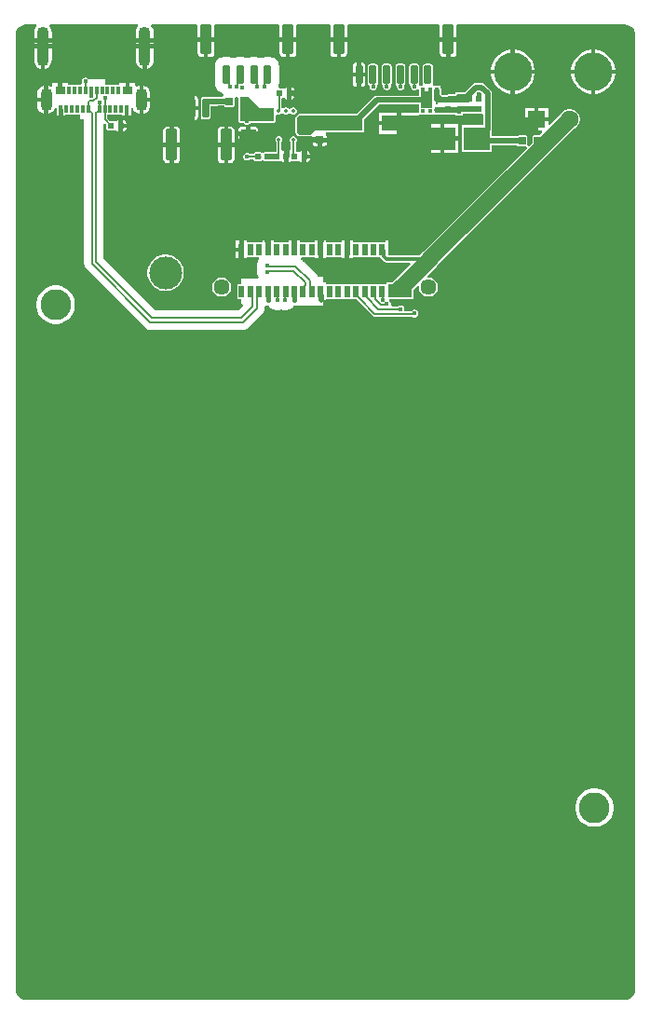
<source format=gtl>
G04*
G04 #@! TF.GenerationSoftware,Altium Limited,Altium Designer,22.4.2 (48)*
G04*
G04 Layer_Physical_Order=1*
G04 Layer_Color=255*
%FSLAX44Y44*%
%MOMM*%
G71*
G04*
G04 #@! TF.SameCoordinates,A2904C07-0F36-4402-9195-DF30BD9EA298*
G04*
G04*
G04 #@! TF.FilePolarity,Positive*
G04*
G01*
G75*
%ADD12C,0.3000*%
%ADD14C,0.1500*%
%ADD15C,0.4000*%
%ADD18O,1.1000X3.6000*%
%ADD19R,0.9000X0.7000*%
%ADD20R,0.3000X0.7000*%
%ADD21R,0.4000X0.3500*%
%ADD22R,0.4000X0.5000*%
%ADD23R,0.2850X0.9200*%
%ADD24R,1.0500X1.6000*%
G04:AMPARAMS|DCode=25|XSize=0.55mm|YSize=0.5mm|CornerRadius=0.0625mm|HoleSize=0mm|Usage=FLASHONLY|Rotation=180.000|XOffset=0mm|YOffset=0mm|HoleType=Round|Shape=RoundedRectangle|*
%AMROUNDEDRECTD25*
21,1,0.5500,0.3750,0,0,180.0*
21,1,0.4250,0.5000,0,0,180.0*
1,1,0.1250,-0.2125,0.1875*
1,1,0.1250,0.2125,0.1875*
1,1,0.1250,0.2125,-0.1875*
1,1,0.1250,-0.2125,-0.1875*
%
%ADD25ROUNDEDRECTD25*%
%ADD26R,0.4000X0.4800*%
G04:AMPARAMS|DCode=27|XSize=0.55mm|YSize=0.5mm|CornerRadius=0.0625mm|HoleSize=0mm|Usage=FLASHONLY|Rotation=270.000|XOffset=0mm|YOffset=0mm|HoleType=Round|Shape=RoundedRectangle|*
%AMROUNDEDRECTD27*
21,1,0.5500,0.3750,0,0,270.0*
21,1,0.4250,0.5000,0,0,270.0*
1,1,0.1250,-0.1875,-0.2125*
1,1,0.1250,-0.1875,0.2125*
1,1,0.1250,0.1875,0.2125*
1,1,0.1250,0.1875,-0.2125*
%
%ADD27ROUNDEDRECTD27*%
G04:AMPARAMS|DCode=28|XSize=0.76mm|YSize=0.6604mm|CornerRadius=0.0825mm|HoleSize=0mm|Usage=FLASHONLY|Rotation=180.000|XOffset=0mm|YOffset=0mm|HoleType=Round|Shape=RoundedRectangle|*
%AMROUNDEDRECTD28*
21,1,0.7600,0.4953,0,0,180.0*
21,1,0.5949,0.6604,0,0,180.0*
1,1,0.1651,-0.2975,0.2477*
1,1,0.1651,0.2975,0.2477*
1,1,0.1651,0.2975,-0.2477*
1,1,0.1651,-0.2975,-0.2477*
%
%ADD28ROUNDEDRECTD28*%
%ADD29C,0.3500*%
G04:AMPARAMS|DCode=30|XSize=1mm|YSize=2.8mm|CornerRadius=0.1mm|HoleSize=0mm|Usage=FLASHONLY|Rotation=0.000|XOffset=0mm|YOffset=0mm|HoleType=Round|Shape=RoundedRectangle|*
%AMROUNDEDRECTD30*
21,1,1.0000,2.6000,0,0,0.0*
21,1,0.8000,2.8000,0,0,0.0*
1,1,0.2000,0.4000,-1.3000*
1,1,0.2000,-0.4000,-1.3000*
1,1,0.2000,-0.4000,1.3000*
1,1,0.2000,0.4000,1.3000*
%
%ADD30ROUNDEDRECTD30*%
G04:AMPARAMS|DCode=31|XSize=0.6mm|YSize=1.7mm|CornerRadius=0.09mm|HoleSize=0mm|Usage=FLASHONLY|Rotation=180.000|XOffset=0mm|YOffset=0mm|HoleType=Round|Shape=RoundedRectangle|*
%AMROUNDEDRECTD31*
21,1,0.6000,1.5200,0,0,180.0*
21,1,0.4200,1.7000,0,0,180.0*
1,1,0.1800,-0.2100,0.7600*
1,1,0.1800,0.2100,0.7600*
1,1,0.1800,0.2100,-0.7600*
1,1,0.1800,-0.2100,-0.7600*
%
%ADD31ROUNDEDRECTD31*%
G04:AMPARAMS|DCode=32|XSize=0.76mm|YSize=0.6604mm|CornerRadius=0.0825mm|HoleSize=0mm|Usage=FLASHONLY|Rotation=270.000|XOffset=0mm|YOffset=0mm|HoleType=Round|Shape=RoundedRectangle|*
%AMROUNDEDRECTD32*
21,1,0.7600,0.4953,0,0,270.0*
21,1,0.5949,0.6604,0,0,270.0*
1,1,0.1651,-0.2477,-0.2975*
1,1,0.1651,-0.2477,0.2975*
1,1,0.1651,0.2477,0.2975*
1,1,0.1651,0.2477,-0.2975*
%
%ADD32ROUNDEDRECTD32*%
%ADD33R,2.4500X2.1500*%
G04:AMPARAMS|DCode=34|XSize=1.3mm|YSize=0.76mm|CornerRadius=0.095mm|HoleSize=0mm|Usage=FLASHONLY|Rotation=180.000|XOffset=0mm|YOffset=0mm|HoleType=Round|Shape=RoundedRectangle|*
%AMROUNDEDRECTD34*
21,1,1.3000,0.5700,0,0,180.0*
21,1,1.1100,0.7600,0,0,180.0*
1,1,0.1900,-0.5550,0.2850*
1,1,0.1900,0.5550,0.2850*
1,1,0.1900,0.5550,-0.2850*
1,1,0.1900,-0.5550,-0.2850*
%
%ADD34ROUNDEDRECTD34*%
%ADD35R,3.1500X1.4500*%
G04:AMPARAMS|DCode=36|XSize=1mm|YSize=2.7mm|CornerRadius=0.1mm|HoleSize=0mm|Usage=FLASHONLY|Rotation=180.000|XOffset=0mm|YOffset=0mm|HoleType=Round|Shape=RoundedRectangle|*
%AMROUNDEDRECTD36*
21,1,1.0000,2.5000,0,0,180.0*
21,1,0.8000,2.7000,0,0,180.0*
1,1,0.2000,-0.4000,1.2500*
1,1,0.2000,0.4000,1.2500*
1,1,0.2000,0.4000,-1.2500*
1,1,0.2000,-0.4000,-1.2500*
%
%ADD36ROUNDEDRECTD36*%
G04:AMPARAMS|DCode=37|XSize=0.6mm|YSize=1.7mm|CornerRadius=0.06mm|HoleSize=0mm|Usage=FLASHONLY|Rotation=180.000|XOffset=0mm|YOffset=0mm|HoleType=Round|Shape=RoundedRectangle|*
%AMROUNDEDRECTD37*
21,1,0.6000,1.5800,0,0,180.0*
21,1,0.4800,1.7000,0,0,180.0*
1,1,0.1200,-0.2400,0.7900*
1,1,0.1200,0.2400,0.7900*
1,1,0.1200,0.2400,-0.7900*
1,1,0.1200,-0.2400,-0.7900*
%
%ADD37ROUNDEDRECTD37*%
%ADD38R,0.5000X1.1000*%
%ADD67C,0.5000*%
%ADD68C,0.1750*%
%ADD69C,0.1670*%
%ADD70C,1.5000*%
%ADD71R,1.9000X1.2000*%
%ADD72R,0.8500X2.6000*%
%ADD73R,2.9000X3.5000*%
%ADD74R,2.1500X1.2500*%
%ADD75R,2.0000X1.2000*%
%ADD76O,1.1000X2.6000*%
%ADD77O,1.1000X2.1000*%
%ADD78C,2.8000*%
%ADD79C,3.0000*%
%ADD80C,3.5000*%
%ADD81C,1.5900*%
%ADD82R,1.5900X1.5900*%
%ADD83C,1.4500*%
%ADD84C,0.4000*%
G36*
X559485Y888448D02*
X561371Y887788D01*
X563063Y886726D01*
X564476Y885313D01*
X565538Y883621D01*
X566198Y881735D01*
X566441Y879578D01*
X566441Y11922D01*
X566198Y9765D01*
X565538Y7879D01*
X564476Y6187D01*
X563063Y4774D01*
X561371Y3712D01*
X559485Y3052D01*
X557328Y2809D01*
X12172D01*
X10015Y3052D01*
X8129Y3711D01*
X6437Y4774D01*
X5024Y6187D01*
X3961Y7879D01*
X3302Y9765D01*
X3059Y11922D01*
X3058Y879578D01*
X3302Y881735D01*
X3961Y883621D01*
X5024Y885313D01*
X6437Y886726D01*
X8129Y887788D01*
X10015Y888448D01*
X12172Y888691D01*
X21621D01*
X22082Y887790D01*
X22206Y887191D01*
X21027Y885655D01*
X20217Y883699D01*
X19941Y881600D01*
Y876005D01*
X28050D01*
X36159D01*
Y881600D01*
X35883Y883699D01*
X35073Y885655D01*
X33894Y887191D01*
X34018Y887790D01*
X34479Y888691D01*
X114020D01*
X114481Y887792D01*
X114606Y887191D01*
X113427Y885655D01*
X112617Y883699D01*
X112341Y881600D01*
Y876005D01*
X120450D01*
X128559D01*
Y881600D01*
X128283Y883699D01*
X127473Y885655D01*
X126294Y887191D01*
X126419Y887792D01*
X126880Y888691D01*
X167868D01*
X168641Y887750D01*
Y877155D01*
X176250D01*
X183859D01*
Y887750D01*
X184632Y888691D01*
X242368D01*
X243141Y887750D01*
Y877155D01*
X250750D01*
X258359D01*
Y887750D01*
X259132Y888691D01*
X288618D01*
X289391Y887750D01*
Y877155D01*
X297000D01*
X304609D01*
Y887750D01*
X305382Y888691D01*
X388118D01*
X388891Y887750D01*
Y877155D01*
X396500D01*
X404109D01*
Y887750D01*
X404882Y888691D01*
X557328D01*
X559485Y888448D01*
D02*
G37*
%LPC*%
G36*
X128559Y872195D02*
X120450D01*
X112341D01*
Y871005D01*
X120450D01*
X128559D01*
Y872195D01*
D02*
G37*
G36*
X36159Y872195D02*
X28050D01*
X19941D01*
Y871005D01*
X28050D01*
X36159D01*
Y872195D01*
D02*
G37*
G36*
X258359Y873345D02*
X252655D01*
Y859141D01*
X254750D01*
X256131Y859415D01*
X257302Y860198D01*
X258085Y861369D01*
X258359Y862750D01*
Y873345D01*
D02*
G37*
G36*
X248845D02*
X243141D01*
Y862750D01*
X243415Y861369D01*
X244198Y860198D01*
X245369Y859415D01*
X246750Y859141D01*
X248845D01*
Y873345D01*
D02*
G37*
G36*
X183859D02*
X178155D01*
Y859141D01*
X180250D01*
X181631Y859415D01*
X182802Y860198D01*
X183585Y861369D01*
X183859Y862750D01*
Y873345D01*
D02*
G37*
G36*
X174345D02*
X168641D01*
Y862750D01*
X168915Y861369D01*
X169698Y860198D01*
X170869Y859415D01*
X172250Y859141D01*
X174345D01*
Y873345D01*
D02*
G37*
G36*
X404109Y873345D02*
X398405D01*
Y859141D01*
X400500D01*
X401881Y859415D01*
X403052Y860198D01*
X403834Y861369D01*
X404109Y862750D01*
Y873345D01*
D02*
G37*
G36*
X394595D02*
X388891D01*
Y862750D01*
X389165Y861369D01*
X389948Y860198D01*
X391119Y859415D01*
X392500Y859141D01*
X394595D01*
Y873345D01*
D02*
G37*
G36*
X304609D02*
X298905D01*
Y859141D01*
X301000D01*
X302381Y859415D01*
X303552Y860198D01*
X304335Y861369D01*
X304609Y862750D01*
Y873345D01*
D02*
G37*
G36*
X295095D02*
X289391D01*
Y862750D01*
X289665Y861369D01*
X290448Y860198D01*
X291619Y859415D01*
X293000Y859141D01*
X295095D01*
Y873345D01*
D02*
G37*
G36*
X234650Y859320D02*
X229850D01*
X227736Y859042D01*
X226000Y858323D01*
X224265Y859042D01*
X222150Y859320D01*
X217350D01*
X215236Y859042D01*
X213500Y858323D01*
X211765Y859042D01*
X209650Y859320D01*
X204850D01*
X202736Y859042D01*
X201000Y858323D01*
X199265Y859042D01*
X197150Y859320D01*
X192350D01*
X190236Y859042D01*
X188265Y858225D01*
X186573Y856927D01*
X185275Y855235D01*
X184459Y853264D01*
X184180Y851150D01*
Y835350D01*
X184459Y833235D01*
X185275Y831265D01*
X186573Y829573D01*
X188265Y828275D01*
X190236Y827458D01*
X190344Y827444D01*
X190648Y826917D01*
X192355Y825210D01*
X192454Y825067D01*
X192490Y824828D01*
X191198Y823328D01*
X186448D01*
X185191Y823078D01*
X176500D01*
X176500Y823078D01*
X176342Y823047D01*
X173900D01*
X172964Y822861D01*
X172170Y822330D01*
X171639Y821536D01*
X171453Y820600D01*
Y805400D01*
X171639Y804464D01*
X172170Y803670D01*
X172964Y803139D01*
X173900Y802953D01*
X178100D01*
X179036Y803139D01*
X179830Y803670D01*
X180361Y804464D01*
X180547Y805400D01*
Y814922D01*
X186198D01*
X186198Y814922D01*
X187455Y815172D01*
X192714D01*
X193097Y814599D01*
X193866Y814085D01*
X194774Y813904D01*
X199727D01*
X200634Y814085D01*
X201403Y814599D01*
X201917Y815368D01*
X202098Y816275D01*
Y821805D01*
X202246Y822339D01*
X203423Y823250D01*
X205001D01*
X206126Y821999D01*
Y801250D01*
X206602Y800102D01*
X207750Y799626D01*
X210464D01*
X210613Y799267D01*
X211597Y798283D01*
X212884Y797750D01*
X214276D01*
X215563Y798283D01*
X216547Y799267D01*
X216696Y799626D01*
X238250D01*
X239398Y800102D01*
X239874Y801250D01*
Y806320D01*
X241374Y807199D01*
X241854Y807000D01*
X243146D01*
X244341Y807495D01*
X244807Y807961D01*
X245750Y808255D01*
X246693Y807961D01*
X247159Y807495D01*
X248354Y807000D01*
X249646D01*
X250841Y807495D01*
X251307Y807961D01*
X252250Y808255D01*
X253193Y807961D01*
X253659Y807495D01*
X254854Y807000D01*
X256147D01*
X257341Y807495D01*
X258255Y808409D01*
X258750Y809604D01*
Y810897D01*
X258255Y812091D01*
X257341Y813005D01*
X256147Y813500D01*
X254854D01*
X253659Y813005D01*
X253193Y812539D01*
X252250Y812245D01*
X251307Y812539D01*
X250841Y813005D01*
X249646Y813500D01*
X248354D01*
X247159Y813005D01*
X246693Y812539D01*
X246374Y812440D01*
X245044Y813137D01*
Y821095D01*
X246339Y822069D01*
X247843Y821843D01*
X248890Y821144D01*
X250095Y820904D01*
Y826250D01*
Y831596D01*
X248890Y831356D01*
X247843Y830657D01*
X247777Y830557D01*
X247521Y830436D01*
X245862Y830271D01*
X245704Y830377D01*
X244875Y830542D01*
X242962D01*
X242047Y832042D01*
X242542Y833235D01*
X242820Y835350D01*
Y851150D01*
X242542Y853264D01*
X241725Y855235D01*
X240427Y856927D01*
X238735Y858225D01*
X236765Y859042D01*
X234650Y859320D01*
D02*
G37*
G36*
X128559Y867195D02*
X122355D01*
Y848742D01*
X122549Y848767D01*
X124505Y849577D01*
X126184Y850866D01*
X127473Y852545D01*
X128283Y854501D01*
X128559Y856600D01*
Y867195D01*
D02*
G37*
G36*
X118545D02*
X112341D01*
Y866600D01*
Y856600D01*
X112617Y854501D01*
X113427Y852545D01*
X114716Y850866D01*
X116395Y849577D01*
X118351Y848767D01*
X118545Y848742D01*
Y867195D01*
D02*
G37*
G36*
X36159Y867195D02*
X29955D01*
Y848741D01*
X30149Y848767D01*
X32105Y849577D01*
X33784Y850866D01*
X35073Y852545D01*
X35883Y854501D01*
X36159Y856600D01*
Y867195D01*
D02*
G37*
G36*
X26145D02*
X19941D01*
Y866600D01*
Y856600D01*
X20217Y854501D01*
X21027Y852545D01*
X22316Y850866D01*
X23995Y849577D01*
X25951Y848767D01*
X26145Y848741D01*
Y867195D01*
D02*
G37*
G36*
X530224Y865990D02*
X530155D01*
Y847855D01*
X548290D01*
Y847924D01*
X547520Y851796D01*
X546009Y855443D01*
X543816Y858725D01*
X541025Y861516D01*
X537743Y863709D01*
X534095Y865220D01*
X530224Y865990D01*
D02*
G37*
G36*
X457224D02*
X457155D01*
Y847855D01*
X475290D01*
Y847924D01*
X474520Y851796D01*
X473009Y855443D01*
X470816Y858725D01*
X468025Y861516D01*
X464743Y863709D01*
X461095Y865220D01*
X457224Y865990D01*
D02*
G37*
G36*
X526345D02*
X526276D01*
X522405Y865220D01*
X518758Y863709D01*
X515475Y861516D01*
X512684Y858725D01*
X510491Y855443D01*
X508980Y851796D01*
X508210Y847924D01*
Y847855D01*
X526345D01*
Y865990D01*
D02*
G37*
G36*
X453345D02*
X453276D01*
X449404Y865220D01*
X445757Y863709D01*
X442475Y861516D01*
X439684Y858725D01*
X437491Y855443D01*
X435980Y851796D01*
X435210Y847924D01*
Y847855D01*
X453345D01*
Y865990D01*
D02*
G37*
G36*
X317900Y854352D02*
X317405D01*
Y845155D01*
X321101D01*
Y851150D01*
X320858Y852375D01*
X320164Y853414D01*
X319125Y854108D01*
X317900Y854352D01*
D02*
G37*
G36*
X313595D02*
X313100D01*
X311875Y854108D01*
X310836Y853414D01*
X310142Y852375D01*
X309898Y851150D01*
Y845155D01*
X313595D01*
Y854352D01*
D02*
G37*
G36*
X380400Y853291D02*
X375600D01*
X374781Y853128D01*
X374086Y852664D01*
X373622Y851969D01*
X373459Y851150D01*
Y835350D01*
X373578Y834750D01*
X373316Y834118D01*
X372673Y833250D01*
X370826D01*
X370184Y834118D01*
X369922Y834750D01*
X370041Y835350D01*
Y851150D01*
X369878Y851969D01*
X369414Y852664D01*
X368719Y853128D01*
X367900Y853291D01*
X363100D01*
X362281Y853128D01*
X361586Y852664D01*
X361122Y851969D01*
X360959Y851150D01*
Y835350D01*
X361122Y834531D01*
X361586Y833836D01*
X362250Y833392D01*
Y832054D01*
X362783Y830767D01*
X363767Y829783D01*
X365054Y829250D01*
X366446D01*
X367733Y829783D01*
X368250Y830300D01*
X369750Y829679D01*
Y824328D01*
X331750D01*
X331750Y824328D01*
X330189Y824018D01*
X328866Y823134D01*
X328866Y823134D01*
X313732Y808000D01*
X285500D01*
Y807874D01*
X261250D01*
X260102Y807398D01*
X258102Y805398D01*
X257626Y804250D01*
Y790750D01*
X258102Y789602D01*
X260102Y787602D01*
X261250Y787126D01*
X271250D01*
X272006Y787439D01*
X273108Y786774D01*
X273347Y786495D01*
X273294Y786227D01*
Y785655D01*
X279700D01*
X286106D01*
Y786227D01*
X285845Y787540D01*
X285101Y788653D01*
X285321Y790310D01*
X285500Y790500D01*
X320000D01*
Y802732D01*
X333439Y816172D01*
X369750D01*
Y809040D01*
X353655D01*
Y801155D01*
X370040D01*
Y807250D01*
X382750D01*
Y807250D01*
X385856D01*
X386250Y807172D01*
X402750D01*
Y806250D01*
X409750D01*
Y808172D01*
X424250D01*
X424435Y808208D01*
X426375D01*
X426672Y808267D01*
X427938Y807496D01*
X428172Y807216D01*
Y797500D01*
X408750D01*
Y773000D01*
X436250D01*
Y779172D01*
X459214D01*
X459597Y778599D01*
X460366Y778085D01*
X461273Y777904D01*
X466227D01*
X467134Y778085D01*
X468066Y776904D01*
X373831Y682669D01*
X373614Y682386D01*
X373331Y682169D01*
X369971Y678809D01*
X369809D01*
X369750Y678750D01*
X341750D01*
Y692290D01*
X339460D01*
Y691250D01*
X332500Y691250D01*
X331000Y691250D01*
X318000D01*
X316500Y691250D01*
X315000Y691250D01*
X309540D01*
Y692290D01*
X306405D01*
Y684250D01*
Y676210D01*
X309540D01*
Y677250D01*
X316500Y677250D01*
X318000Y677250D01*
X331000D01*
X332500Y677250D01*
X334727Y677250D01*
X335337Y676337D01*
X338087Y673587D01*
X339080Y672924D01*
X340250Y672691D01*
X340250Y672691D01*
X361894D01*
X362468Y671305D01*
X348956Y657794D01*
X348956Y657794D01*
X346081Y654919D01*
X346046Y654874D01*
X341750D01*
X340602Y654398D01*
X340126Y653250D01*
X332500D01*
Y653250D01*
X331000Y653250D01*
X316500D01*
Y653250D01*
X316500D01*
Y653250D01*
X302000D01*
X300500Y653250D01*
X299000Y653250D01*
X292500Y653250D01*
X291000Y653250D01*
X285540D01*
Y654290D01*
X282500D01*
Y659250D01*
X278253D01*
X277866Y660186D01*
X276530Y661927D01*
X263427Y675030D01*
X262488Y675750D01*
X262997Y677250D01*
X268500Y677250D01*
X270000Y677250D01*
X275460D01*
Y676210D01*
X278595D01*
Y684250D01*
Y692290D01*
X275460D01*
Y691250D01*
X268500Y691250D01*
X267000Y691250D01*
X261540D01*
Y692290D01*
X258405D01*
Y684250D01*
X254595D01*
Y692290D01*
X251460D01*
Y691250D01*
X237540D01*
Y692290D01*
X234405D01*
Y684250D01*
X230595D01*
Y692290D01*
X227460D01*
Y691250D01*
X213540D01*
Y692290D01*
X210405D01*
Y684250D01*
Y676210D01*
X213540D01*
Y677250D01*
X224185D01*
X224759Y675864D01*
X224478Y675583D01*
X223227Y673417D01*
X222580Y671001D01*
Y668499D01*
X222982Y667000D01*
X222580Y665501D01*
Y662999D01*
X223227Y660583D01*
X223997Y659250D01*
X223131Y657750D01*
X208000D01*
Y653250D01*
X204500D01*
Y639250D01*
X208000D01*
Y634750D01*
X209180D01*
X209754Y633364D01*
X205574Y629184D01*
X130122D01*
X83059Y676247D01*
Y798487D01*
X84445Y799061D01*
X85708Y797797D01*
Y794625D01*
X85873Y793796D01*
X86343Y793093D01*
X87046Y792623D01*
X87875Y792458D01*
X91625D01*
X92454Y792623D01*
X92612Y792729D01*
X94271Y792564D01*
X94527Y792443D01*
X94593Y792343D01*
X95640Y791644D01*
X96845Y791404D01*
Y796750D01*
Y802096D01*
X95640Y801856D01*
X94593Y801157D01*
X94527Y801057D01*
X94271Y800936D01*
X92612Y800771D01*
X92454Y800877D01*
X91625Y801042D01*
X88953D01*
X86750Y803244D01*
Y807400D01*
X100210D01*
Y806360D01*
X102345D01*
Y812400D01*
X106155D01*
Y806360D01*
X108290D01*
Y812685D01*
X109790Y812984D01*
X110427Y811445D01*
X111716Y809766D01*
X113395Y808477D01*
X115351Y807667D01*
X115545Y807642D01*
Y820500D01*
Y833359D01*
X115351Y833333D01*
X113395Y832523D01*
X113135Y832324D01*
X111790Y832987D01*
Y835440D01*
X106655D01*
Y829400D01*
X102845D01*
Y835440D01*
X97710D01*
Y834400D01*
X84250D01*
Y838900D01*
X69855D01*
X69717Y839233D01*
X68733Y840217D01*
X67446Y840750D01*
X66054D01*
X64767Y840217D01*
X63783Y839233D01*
X63250Y837946D01*
Y836554D01*
X63521Y835900D01*
X62726Y834463D01*
X62642Y834400D01*
X50790D01*
Y835440D01*
X45655D01*
Y829400D01*
X41845D01*
Y835440D01*
X36710D01*
Y832987D01*
X35365Y832324D01*
X35105Y832523D01*
X33149Y833333D01*
X32955Y833359D01*
Y820500D01*
Y807642D01*
X33149Y807667D01*
X35105Y808477D01*
X36784Y809766D01*
X38073Y811445D01*
X38710Y812984D01*
X40210Y812685D01*
Y806360D01*
X42345D01*
Y812400D01*
X46155D01*
Y806360D01*
X48290D01*
Y807400D01*
X61750D01*
Y802900D01*
X65441D01*
Y671822D01*
X65677Y670027D01*
X65964Y669334D01*
X66370Y668354D01*
X67472Y666918D01*
X120793Y613597D01*
X122229Y612495D01*
X123902Y611802D01*
X125697Y611566D01*
X210000D01*
X211795Y611802D01*
X212488Y612089D01*
X213467Y612495D01*
X214903Y613597D01*
X227278Y625972D01*
X227278Y625972D01*
X228380Y627408D01*
X229073Y629080D01*
X229309Y630875D01*
Y632503D01*
X230500Y633250D01*
X233456D01*
X233648Y632917D01*
X235417Y631148D01*
X237583Y629897D01*
X239999Y629250D01*
X242501D01*
X244500Y629786D01*
X246499Y629250D01*
X249001D01*
X251417Y629897D01*
X253583Y631148D01*
X255352Y632917D01*
X255544Y633250D01*
X282500D01*
Y638210D01*
X285540D01*
Y639250D01*
X292500Y639250D01*
X294000Y639250D01*
X300500Y639250D01*
X302000Y639250D01*
X313133D01*
X313454Y638929D01*
X313465Y638872D01*
X313982Y638099D01*
X327785Y624296D01*
X328557Y623780D01*
X329468Y623599D01*
X363452D01*
X363767Y623283D01*
X365054Y622750D01*
X366446D01*
X367733Y623283D01*
X368717Y624267D01*
X369250Y625554D01*
Y626946D01*
X368717Y628233D01*
X367733Y629217D01*
X366446Y629750D01*
X365054D01*
X363767Y629217D01*
X362910Y628360D01*
X357469D01*
X356636Y629607D01*
X356641Y629618D01*
Y631011D01*
X356108Y632297D01*
X355123Y633282D01*
X353837Y633814D01*
X352444D01*
X351158Y633282D01*
X350572Y632695D01*
X345311D01*
X344250Y634054D01*
Y635446D01*
X343717Y636733D01*
X342823Y637626D01*
X342861Y638067D01*
X343250Y639126D01*
X363250D01*
X363548Y639250D01*
X364500D01*
Y639848D01*
X364874Y640750D01*
Y648036D01*
X368257Y651420D01*
X369750Y650791D01*
Y649098D01*
X370346Y646873D01*
X371498Y644877D01*
X373127Y643248D01*
X375123Y642096D01*
X377348Y641500D01*
X379652D01*
X381877Y642096D01*
X383873Y643248D01*
X385502Y644877D01*
X386654Y646873D01*
X387250Y649098D01*
Y651402D01*
X386654Y653627D01*
X385502Y655623D01*
X383873Y657252D01*
X381877Y658404D01*
X379652Y659000D01*
X377959D01*
X377330Y660493D01*
X386169Y669331D01*
X386386Y669614D01*
X386669Y669831D01*
X488919Y772081D01*
X488919Y772081D01*
X511306Y794469D01*
X512552Y795188D01*
X514312Y796948D01*
X515556Y799102D01*
X516200Y801506D01*
Y803994D01*
X515556Y806398D01*
X514312Y808552D01*
X512552Y810312D01*
X510398Y811556D01*
X507994Y812200D01*
X505506D01*
X503102Y811556D01*
X500948Y810312D01*
X499188Y808552D01*
X498469Y807307D01*
X488626Y797464D01*
X487240Y798037D01*
Y800845D01*
X478655D01*
Y792260D01*
X481463D01*
X482037Y790874D01*
X479758Y788596D01*
X475274D01*
X474366Y788415D01*
X473597Y787901D01*
X473083Y787132D01*
X472902Y786225D01*
Y781740D01*
X469598Y778436D01*
X468417Y779368D01*
X468598Y780275D01*
Y786225D01*
X468417Y787132D01*
X467903Y787901D01*
X467134Y788415D01*
X466227Y788596D01*
X461273D01*
X460366Y788415D01*
X459597Y787901D01*
X459214Y787328D01*
X436250D01*
Y793106D01*
X436328Y793500D01*
Y796429D01*
X436328Y796429D01*
Y826235D01*
X436018Y827796D01*
X435134Y829119D01*
X435134Y829119D01*
X429619Y834634D01*
X428296Y835518D01*
X426735Y835828D01*
X426735Y835828D01*
X421765D01*
X421765Y835828D01*
X420204Y835518D01*
X418881Y834634D01*
X413116Y828869D01*
X413116Y828869D01*
X411675Y827428D01*
X406250D01*
X405353Y827250D01*
X402750D01*
Y825618D01*
X402461Y825328D01*
X397000D01*
X397000Y825328D01*
X395439Y825018D01*
X395156Y824828D01*
X391439D01*
X390328Y825939D01*
Y829250D01*
X390018Y830811D01*
X389750Y831212D01*
Y833250D01*
X386644D01*
X386250Y833328D01*
X385856Y833250D01*
X383326D01*
X382517Y834343D01*
X382506Y834366D01*
X382422Y834750D01*
X382541Y835350D01*
Y851150D01*
X382378Y851969D01*
X381914Y852664D01*
X381219Y853128D01*
X380400Y853291D01*
D02*
G37*
G36*
X321101Y841345D02*
X317405D01*
Y832149D01*
X317900D01*
X319125Y832392D01*
X320164Y833086D01*
X320858Y834125D01*
X321101Y835350D01*
Y841345D01*
D02*
G37*
G36*
X313595D02*
X309898D01*
Y835350D01*
X310142Y834125D01*
X310836Y833086D01*
X311875Y832392D01*
X313100Y832149D01*
X313595D01*
Y841345D01*
D02*
G37*
G36*
X355400Y853291D02*
X350600D01*
X349781Y853128D01*
X349086Y852664D01*
X348622Y851969D01*
X348459Y851150D01*
Y835350D01*
X348622Y834531D01*
X349086Y833836D01*
X349750Y833392D01*
Y832054D01*
X350283Y830767D01*
X351267Y829783D01*
X352554Y829250D01*
X353946D01*
X355233Y829783D01*
X356217Y830767D01*
X356750Y832054D01*
Y833446D01*
X356659Y833666D01*
X356914Y833836D01*
X357378Y834531D01*
X357541Y835350D01*
Y851150D01*
X357378Y851969D01*
X356914Y852664D01*
X356219Y853128D01*
X355400Y853291D01*
D02*
G37*
G36*
X342900Y853291D02*
X338100D01*
X337281Y853128D01*
X336586Y852664D01*
X336122Y851969D01*
X335959Y851150D01*
Y835350D01*
X336122Y834531D01*
X336586Y833836D01*
X337250Y833392D01*
Y832054D01*
X337783Y830767D01*
X338767Y829783D01*
X340054Y829250D01*
X341446D01*
X342733Y829783D01*
X343717Y830767D01*
X344250Y832054D01*
Y833446D01*
X344159Y833666D01*
X344414Y833836D01*
X344878Y834531D01*
X345041Y835350D01*
Y851150D01*
X344878Y851969D01*
X344414Y852664D01*
X343719Y853128D01*
X342900Y853291D01*
D02*
G37*
G36*
X330400D02*
X325600D01*
X324781Y853128D01*
X324086Y852664D01*
X323622Y851969D01*
X323459Y851150D01*
Y835350D01*
X323622Y834531D01*
X324086Y833836D01*
X324750Y833392D01*
Y832054D01*
X325283Y830767D01*
X326267Y829783D01*
X327554Y829250D01*
X328946D01*
X330233Y829783D01*
X331217Y830767D01*
X331750Y832054D01*
Y833446D01*
X331659Y833666D01*
X331914Y833836D01*
X332378Y834531D01*
X332541Y835350D01*
Y851150D01*
X332378Y851969D01*
X331914Y852664D01*
X331219Y853128D01*
X330400Y853291D01*
D02*
G37*
G36*
X253905Y831596D02*
Y828155D01*
X257102D01*
Y828375D01*
X256856Y829610D01*
X256157Y830657D01*
X255110Y831356D01*
X253905Y831596D01*
D02*
G37*
G36*
X548290Y844045D02*
X530155D01*
Y825910D01*
X530224D01*
X534095Y826680D01*
X537743Y828191D01*
X541025Y830384D01*
X543816Y833175D01*
X546009Y836458D01*
X547520Y840105D01*
X548290Y843976D01*
Y844045D01*
D02*
G37*
G36*
X526345D02*
X508210D01*
Y843976D01*
X508980Y840105D01*
X510491Y836458D01*
X512684Y833175D01*
X515475Y830384D01*
X518758Y828191D01*
X522405Y826680D01*
X526276Y825910D01*
X526345D01*
Y844045D01*
D02*
G37*
G36*
X475290D02*
X457155D01*
Y825910D01*
X457224D01*
X461095Y826680D01*
X464743Y828191D01*
X468025Y830384D01*
X470816Y833175D01*
X473009Y836458D01*
X474520Y840105D01*
X475290Y843976D01*
Y844045D01*
D02*
G37*
G36*
X453345D02*
X435210D01*
Y843976D01*
X435980Y840105D01*
X437491Y836458D01*
X439684Y833175D01*
X442475Y830384D01*
X445757Y828191D01*
X449404Y826680D01*
X453276Y825910D01*
X453345D01*
Y844045D01*
D02*
G37*
G36*
X119355Y833359D02*
Y822405D01*
X125559D01*
Y825500D01*
X125283Y827599D01*
X124473Y829555D01*
X123184Y831234D01*
X121505Y832523D01*
X119549Y833333D01*
X119355Y833359D01*
D02*
G37*
G36*
X29145D02*
X28951Y833333D01*
X26995Y832523D01*
X25316Y831234D01*
X24027Y829555D01*
X23217Y827599D01*
X22941Y825500D01*
Y822405D01*
X29145D01*
Y833359D01*
D02*
G37*
G36*
X257102Y824345D02*
X253905D01*
Y820904D01*
X255110Y821144D01*
X256157Y821843D01*
X256856Y822890D01*
X257102Y824125D01*
Y824345D01*
D02*
G37*
G36*
X165600Y824107D02*
X165405D01*
Y814905D01*
X169107D01*
Y820600D01*
X168840Y821942D01*
X168080Y823080D01*
X166942Y823840D01*
X165600Y824107D01*
D02*
G37*
G36*
X161595D02*
X161400D01*
X160058Y823840D01*
X158920Y823080D01*
X158160Y821942D01*
X157893Y820600D01*
Y814905D01*
X161595D01*
Y824107D01*
D02*
G37*
G36*
X29145Y818595D02*
X22941D01*
Y815500D01*
X23217Y813401D01*
X24027Y811445D01*
X25316Y809766D01*
X26995Y808477D01*
X28951Y807667D01*
X29145Y807642D01*
Y818595D01*
D02*
G37*
G36*
X125559Y818595D02*
X119355D01*
Y807642D01*
X119549Y807667D01*
X121505Y808477D01*
X123184Y809766D01*
X124473Y811445D01*
X125283Y813401D01*
X125559Y815500D01*
Y818595D01*
D02*
G37*
G36*
X487240Y813240D02*
X478655D01*
Y804655D01*
X487240D01*
Y813240D01*
D02*
G37*
G36*
X474845D02*
X466260D01*
Y804655D01*
X474845D01*
Y813240D01*
D02*
G37*
G36*
X169107Y811095D02*
X165405D01*
Y801893D01*
X165600D01*
X166942Y802160D01*
X168080Y802920D01*
X168840Y804058D01*
X169107Y805400D01*
Y811095D01*
D02*
G37*
G36*
X161595D02*
X157893D01*
Y805400D01*
X158160Y804058D01*
X158920Y802920D01*
X160058Y802160D01*
X161400Y801893D01*
X161595D01*
Y811095D01*
D02*
G37*
G36*
X349845Y809040D02*
X333460D01*
Y801155D01*
X349845D01*
Y809040D01*
D02*
G37*
G36*
X100655Y802096D02*
Y798655D01*
X103852D01*
Y798875D01*
X103606Y800110D01*
X102907Y801157D01*
X101860Y801856D01*
X100655Y802096D01*
D02*
G37*
G36*
X474845Y800845D02*
X466260D01*
Y792260D01*
X474845D01*
Y800845D01*
D02*
G37*
G36*
X220300Y796158D02*
X216655D01*
Y791655D01*
X223858D01*
Y792600D01*
X223587Y793962D01*
X222816Y795116D01*
X221662Y795888D01*
X220300Y796158D01*
D02*
G37*
G36*
X212845D02*
X209200D01*
X207838Y795888D01*
X206684Y795116D01*
X205912Y793962D01*
X205642Y792600D01*
Y791655D01*
X212845D01*
Y796158D01*
D02*
G37*
G36*
X103852Y794845D02*
X100655D01*
Y791404D01*
X101860Y791644D01*
X102907Y792343D01*
X103606Y793390D01*
X103852Y794625D01*
Y794845D01*
D02*
G37*
G36*
X370040Y797345D02*
X353655D01*
Y789460D01*
X370040D01*
Y797345D01*
D02*
G37*
G36*
X349845D02*
X333460D01*
Y789460D01*
X349845D01*
Y797345D01*
D02*
G37*
G36*
X405790Y798540D02*
X392905D01*
Y787155D01*
X405790D01*
Y798540D01*
D02*
G37*
G36*
X389095D02*
X376210D01*
Y787155D01*
X389095D01*
Y798540D01*
D02*
G37*
G36*
X223858Y787845D02*
X216655D01*
Y783342D01*
X220300D01*
X221662Y783613D01*
X222816Y784384D01*
X223587Y785538D01*
X223858Y786900D01*
Y787845D01*
D02*
G37*
G36*
X212845D02*
X205642D01*
Y786900D01*
X205912Y785538D01*
X206684Y784384D01*
X207838Y783613D01*
X209200Y783342D01*
X212845D01*
Y787845D01*
D02*
G37*
G36*
X198500Y796109D02*
X196405D01*
Y781405D01*
X202109D01*
Y792500D01*
X201835Y793881D01*
X201052Y795052D01*
X199881Y795835D01*
X198500Y796109D01*
D02*
G37*
G36*
X149000D02*
X146905D01*
Y781405D01*
X152609D01*
Y792500D01*
X152335Y793881D01*
X151552Y795052D01*
X150381Y795835D01*
X149000Y796109D01*
D02*
G37*
G36*
X143095D02*
X141000D01*
X139619Y795835D01*
X138448Y795052D01*
X137665Y793881D01*
X137391Y792500D01*
Y781405D01*
X143095D01*
Y796109D01*
D02*
G37*
G36*
X192595D02*
X190500D01*
X189119Y795835D01*
X187948Y795052D01*
X187165Y793881D01*
X186891Y792500D01*
Y781405D01*
X192595D01*
Y796109D01*
D02*
G37*
G36*
X286106Y781845D02*
X281605D01*
Y777842D01*
X282674D01*
X283988Y778103D01*
X285101Y778847D01*
X285845Y779960D01*
X286106Y781273D01*
Y781845D01*
D02*
G37*
G36*
X277795D02*
X273294D01*
Y781273D01*
X273555Y779960D01*
X274299Y778847D01*
X275412Y778103D01*
X276725Y777842D01*
X277795D01*
Y781845D01*
D02*
G37*
G36*
X256147Y787500D02*
X254854D01*
X253659Y787005D01*
X252745Y786091D01*
X252250Y784896D01*
Y783604D01*
X252745Y782409D01*
X253206Y781948D01*
Y774958D01*
X251706Y773986D01*
X251155Y774096D01*
Y768750D01*
Y763404D01*
X252360Y763644D01*
X253407Y764343D01*
X253563Y764577D01*
X253796Y764623D01*
X254625Y764458D01*
X258375D01*
X259204Y764623D01*
X259362Y764729D01*
X261021Y764564D01*
X261277Y764443D01*
X261343Y764343D01*
X262390Y763644D01*
X263595Y763404D01*
Y768750D01*
Y774096D01*
X262390Y773856D01*
X261343Y773157D01*
X261277Y773057D01*
X261021Y772936D01*
X259362Y772771D01*
X259204Y772877D01*
X258375Y773042D01*
X257794D01*
Y781948D01*
X258255Y782409D01*
X258750Y783604D01*
Y784896D01*
X258255Y786091D01*
X257341Y787005D01*
X256147Y787500D01*
D02*
G37*
G36*
X243146D02*
X241854D01*
X240659Y787005D01*
X239745Y786091D01*
X239250Y784896D01*
Y783604D01*
X239745Y782409D01*
X240079Y782075D01*
Y773042D01*
X238375D01*
X237546Y772877D01*
X237464Y772822D01*
X235036D01*
X234954Y772877D01*
X234125Y773042D01*
X230375D01*
X229546Y772877D01*
X228843Y772407D01*
X228583Y772019D01*
X228016Y771896D01*
X227484D01*
X226917Y772019D01*
X226657Y772407D01*
X225954Y772877D01*
X225125Y773042D01*
X221375D01*
X220546Y772877D01*
X219843Y772407D01*
X219373Y771704D01*
X219259Y771131D01*
X216149D01*
X215563Y771717D01*
X214276Y772250D01*
X212884D01*
X211597Y771717D01*
X210613Y770733D01*
X210080Y769446D01*
Y768054D01*
X210613Y766767D01*
X211597Y765783D01*
X212884Y765250D01*
X214276D01*
X215563Y765783D01*
X216149Y766369D01*
X219259D01*
X219373Y765796D01*
X219843Y765093D01*
X220546Y764623D01*
X221375Y764458D01*
X225125D01*
X225954Y764623D01*
X226657Y765093D01*
X226917Y765481D01*
X227484Y765604D01*
X228016D01*
X228583Y765481D01*
X228843Y765093D01*
X229546Y764623D01*
X230375Y764458D01*
X234125D01*
X234954Y764623D01*
X235017Y764665D01*
X237483D01*
X237546Y764623D01*
X238375Y764458D01*
X242125D01*
X242954Y764623D01*
X243112Y764729D01*
X244771Y764564D01*
X245027Y764443D01*
X245093Y764343D01*
X246140Y763644D01*
X247345Y763404D01*
Y768750D01*
Y774096D01*
X246422Y773912D01*
X245410Y774450D01*
X244921Y774846D01*
Y782075D01*
X245255Y782409D01*
X245750Y783604D01*
Y784896D01*
X245255Y786091D01*
X244341Y787005D01*
X243146Y787500D01*
D02*
G37*
G36*
X405790Y783345D02*
X392905D01*
Y771960D01*
X405790D01*
Y783345D01*
D02*
G37*
G36*
X389095D02*
X376210D01*
Y771960D01*
X389095D01*
Y783345D01*
D02*
G37*
G36*
X267405Y774096D02*
Y770655D01*
X270602D01*
Y770875D01*
X270356Y772110D01*
X269657Y773157D01*
X268610Y773856D01*
X267405Y774096D01*
D02*
G37*
G36*
X270602Y766845D02*
X267405D01*
Y763404D01*
X268610Y763644D01*
X269657Y764343D01*
X270356Y765390D01*
X270602Y766625D01*
Y766845D01*
D02*
G37*
G36*
X202109Y777595D02*
X196405D01*
Y762891D01*
X198500D01*
X199881Y763165D01*
X201052Y763948D01*
X201835Y765119D01*
X202109Y766500D01*
Y777595D01*
D02*
G37*
G36*
X192595D02*
X186891D01*
Y766500D01*
X187165Y765119D01*
X187948Y763948D01*
X189119Y763165D01*
X190500Y762891D01*
X192595D01*
Y777595D01*
D02*
G37*
G36*
X152609D02*
X146905D01*
Y762891D01*
X149000D01*
X150381Y763165D01*
X151552Y763948D01*
X152335Y765119D01*
X152609Y766500D01*
Y777595D01*
D02*
G37*
G36*
X143095D02*
X137391D01*
Y766500D01*
X137665Y765119D01*
X138448Y763948D01*
X139619Y763165D01*
X141000Y762891D01*
X143095D01*
Y777595D01*
D02*
G37*
G36*
X302595Y692290D02*
X299460D01*
Y691250D01*
X292500Y691250D01*
X291000Y691250D01*
X285540D01*
Y692290D01*
X282405D01*
Y684250D01*
Y676210D01*
X285540D01*
Y677250D01*
X292500Y677250D01*
X294000Y677250D01*
X299460D01*
Y676210D01*
X302595D01*
Y684250D01*
Y692290D01*
D02*
G37*
G36*
X206595D02*
X203460D01*
Y686155D01*
X206595D01*
Y692290D01*
D02*
G37*
G36*
Y682345D02*
X203460D01*
Y676210D01*
X206595D01*
Y682345D01*
D02*
G37*
G36*
X141125Y679750D02*
X137875D01*
X134687Y679116D01*
X131684Y677872D01*
X128982Y676066D01*
X126683Y673768D01*
X124878Y671066D01*
X123634Y668063D01*
X123000Y664875D01*
Y661625D01*
X123634Y658437D01*
X124878Y655434D01*
X126683Y652732D01*
X128982Y650434D01*
X131684Y648628D01*
X134687Y647384D01*
X137875Y646750D01*
X141125D01*
X144313Y647384D01*
X147316Y648628D01*
X150018Y650434D01*
X152316Y652732D01*
X154122Y655434D01*
X155366Y658437D01*
X156000Y661625D01*
Y664875D01*
X155366Y668063D01*
X154122Y671066D01*
X152316Y673768D01*
X150018Y676066D01*
X147316Y677872D01*
X144313Y679116D01*
X141125Y679750D01*
D02*
G37*
G36*
X191652Y659000D02*
X189348D01*
X187123Y658404D01*
X185127Y657252D01*
X183498Y655623D01*
X182346Y653627D01*
X181750Y651402D01*
Y649098D01*
X182346Y646873D01*
X183498Y644877D01*
X185127Y643248D01*
X187123Y642096D01*
X189348Y641500D01*
X191652D01*
X193877Y642096D01*
X195873Y643248D01*
X197502Y644877D01*
X198654Y646873D01*
X199250Y649098D01*
Y651402D01*
X198654Y653627D01*
X197502Y655623D01*
X195873Y657252D01*
X193877Y658404D01*
X191652Y659000D01*
D02*
G37*
G36*
X41224Y651750D02*
X37776D01*
X34395Y651077D01*
X31211Y649758D01*
X28344Y647843D01*
X25907Y645406D01*
X23992Y642539D01*
X22673Y639355D01*
X22000Y635974D01*
Y632526D01*
X22673Y629146D01*
X23992Y625961D01*
X25907Y623094D01*
X28344Y620657D01*
X31211Y618742D01*
X34395Y617422D01*
X37776Y616750D01*
X41224D01*
X44605Y617422D01*
X47789Y618742D01*
X50656Y620657D01*
X53093Y623094D01*
X55008Y625961D01*
X56328Y629146D01*
X57000Y632526D01*
Y635974D01*
X56328Y639355D01*
X55008Y642539D01*
X53093Y645406D01*
X50656Y647843D01*
X47789Y649758D01*
X44605Y651077D01*
X41224Y651750D01*
D02*
G37*
G36*
X531224Y194750D02*
X527776D01*
X524395Y194077D01*
X521211Y192758D01*
X518344Y190843D01*
X515907Y188406D01*
X513992Y185539D01*
X512673Y182355D01*
X512000Y178974D01*
Y175526D01*
X512673Y172146D01*
X513992Y168961D01*
X515907Y166094D01*
X518344Y163657D01*
X521211Y161742D01*
X524395Y160422D01*
X527776Y159750D01*
X531224D01*
X534605Y160422D01*
X537789Y161742D01*
X540656Y163657D01*
X543093Y166094D01*
X545008Y168961D01*
X546328Y172146D01*
X547000Y175526D01*
Y178974D01*
X546328Y182355D01*
X545008Y185539D01*
X543093Y188406D01*
X540656Y190843D01*
X537789Y192758D01*
X534605Y194077D01*
X531224Y194750D01*
D02*
G37*
%LPD*%
G36*
X224750Y813250D02*
X238250D01*
Y801250D01*
X207750D01*
Y823250D01*
X214750D01*
X224750Y813250D01*
D02*
G37*
G36*
X291250Y792250D02*
X274750D01*
X271250Y788750D01*
X261250D01*
X259250Y790750D01*
Y804250D01*
X261250Y806250D01*
X291250D01*
Y792250D01*
D02*
G37*
D12*
X337500Y678500D02*
Y683250D01*
X336500Y684250D02*
X337500Y683250D01*
Y678500D02*
X340250Y675750D01*
X379750D01*
X380250Y676250D01*
D14*
X242750Y810500D02*
Y826000D01*
X242500Y810250D02*
X242750Y810500D01*
Y826000D02*
X243000Y826250D01*
X255500Y769750D02*
X256500Y768750D01*
X255500Y769750D02*
Y784250D01*
X66750Y829400D02*
X66750Y829400D01*
X66750Y837250D02*
X66750Y837250D01*
Y829400D02*
Y837250D01*
X84250Y802500D02*
X89750Y797000D01*
Y796750D02*
Y797000D01*
X84250Y802500D02*
Y812400D01*
X84250Y822250D02*
X84250Y822250D01*
Y812400D02*
Y822250D01*
D15*
X424250Y821250D02*
Y825750D01*
X256500Y646250D02*
X256750Y646000D01*
Y638750D02*
Y646000D01*
X232500Y646250D02*
X232750Y646000D01*
Y638750D02*
Y646000D01*
D18*
X28050Y869100D02*
D03*
X120450Y869100D02*
D03*
D19*
X43750Y829400D02*
D03*
X104750D02*
D03*
D20*
X51750D02*
D03*
X56750D02*
D03*
X66750D02*
D03*
X61750D02*
D03*
X76750D02*
D03*
X71750D02*
D03*
X81750D02*
D03*
X44250Y812400D02*
D03*
X49250D02*
D03*
X79250D02*
D03*
X69250D02*
D03*
X84250D02*
D03*
X59250D02*
D03*
X54250D02*
D03*
X64250D02*
D03*
X91750Y829400D02*
D03*
X96750D02*
D03*
X86750D02*
D03*
X94250Y812400D02*
D03*
X89250D02*
D03*
X99250D02*
D03*
X104250D02*
D03*
D21*
X373250Y810500D02*
D03*
X379750D02*
D03*
Y830000D02*
D03*
X373250D02*
D03*
D22*
X386250Y811250D02*
D03*
Y829250D02*
D03*
D23*
Y820250D02*
D03*
D24*
X376500D02*
D03*
D25*
X396250Y820750D02*
D03*
Y811750D02*
D03*
X415750Y812250D02*
D03*
Y821250D02*
D03*
X424250D02*
D03*
Y812250D02*
D03*
D26*
X406250Y810150D02*
D03*
Y823350D02*
D03*
D27*
X249250Y768750D02*
D03*
X240250D02*
D03*
X252000Y826250D02*
D03*
X243000D02*
D03*
X265500Y768750D02*
D03*
X256500D02*
D03*
X232250D02*
D03*
X223250D02*
D03*
X98750Y796750D02*
D03*
X89750D02*
D03*
D28*
X279700Y783750D02*
D03*
Y797750D02*
D03*
D29*
X236000Y784250D02*
D03*
Y790750D02*
D03*
Y797250D02*
D03*
Y803750D02*
D03*
Y810250D02*
D03*
X242500Y784250D02*
D03*
Y790750D02*
D03*
Y797250D02*
D03*
Y803750D02*
D03*
Y810250D02*
D03*
X249000Y784250D02*
D03*
Y790750D02*
D03*
Y797250D02*
D03*
Y803750D02*
D03*
Y810250D02*
D03*
X255500Y784250D02*
D03*
Y790750D02*
D03*
Y797250D02*
D03*
Y803750D02*
D03*
Y810250D02*
D03*
X262000Y784250D02*
D03*
Y790750D02*
D03*
Y797250D02*
D03*
Y803750D02*
D03*
Y810250D02*
D03*
D30*
X145000Y779500D02*
D03*
X194500D02*
D03*
D31*
X176000Y813000D02*
D03*
X163500D02*
D03*
D32*
X211250Y819250D02*
D03*
X197250D02*
D03*
X463750Y783250D02*
D03*
X477750D02*
D03*
D33*
X391000Y785250D02*
D03*
X422500D02*
D03*
D34*
X214750Y807650D02*
D03*
Y789750D02*
D03*
D35*
X351750Y799250D02*
D03*
X302750D02*
D03*
D36*
X250750Y875250D02*
D03*
X176250D02*
D03*
X297000Y875250D02*
D03*
X396500D02*
D03*
D37*
X219750Y843250D02*
D03*
X232250D02*
D03*
X194750D02*
D03*
X207250D02*
D03*
X365500Y843250D02*
D03*
X328000Y843250D02*
D03*
X353000Y843250D02*
D03*
X378000D02*
D03*
X315500Y843250D02*
D03*
X340500D02*
D03*
D38*
X360500Y646250D02*
D03*
X352500D02*
D03*
X344500D02*
D03*
X336500D02*
D03*
X328500D02*
D03*
X320500D02*
D03*
X312500D02*
D03*
X304500D02*
D03*
X296500D02*
D03*
X288500D02*
D03*
X280500D02*
D03*
X272500D02*
D03*
X264500D02*
D03*
X256500D02*
D03*
X248500D02*
D03*
X240500D02*
D03*
X232500D02*
D03*
X224500D02*
D03*
X216500D02*
D03*
X208500D02*
D03*
X360500Y684250D02*
D03*
X352500D02*
D03*
X344500D02*
D03*
X336500D02*
D03*
X328500D02*
D03*
X320500D02*
D03*
X312500D02*
D03*
X304500D02*
D03*
X296500D02*
D03*
X288500D02*
D03*
X280500D02*
D03*
X272500D02*
D03*
X264500D02*
D03*
X256500D02*
D03*
X248500D02*
D03*
X240500D02*
D03*
X232500D02*
D03*
X224500D02*
D03*
X216500D02*
D03*
X208500D02*
D03*
D67*
X415500Y821250D02*
X415750D01*
X408350D02*
X415500D01*
X413365Y823350D02*
X416000Y825985D01*
Y821250D02*
Y825985D01*
X396500Y820750D02*
X415000D01*
X396250D02*
X396500D01*
X415000D02*
X415500Y821250D01*
X432250Y796429D02*
Y826235D01*
X432250Y793500D02*
Y796429D01*
X424000Y785250D02*
X432250Y793500D01*
X422500Y785250D02*
X424000D01*
X406250Y823350D02*
X413365D01*
X386250Y820250D02*
X389750D01*
X426735Y831750D02*
X432250Y826235D01*
X432250Y796429D02*
X432250Y796429D01*
X386250Y824250D02*
X389750Y820750D01*
X386250Y824250D02*
Y829250D01*
Y820250D02*
Y824250D01*
X389750Y820750D02*
X396250D01*
X404625Y811250D02*
X405625Y812250D01*
X415750D02*
X424250D01*
X405625D02*
X415750D01*
X386250Y811250D02*
X404625D01*
X415750Y821250D02*
X416000D01*
Y825985D02*
X421765Y831750D01*
X426735D01*
X404150Y821250D02*
X406250Y823350D01*
X397000Y821250D02*
X404150D01*
X396500Y820750D02*
X397000Y821250D01*
X422500Y785250D02*
X424500Y783250D01*
X463750D01*
X331750Y820250D02*
X376500D01*
X316000Y804500D02*
X331750Y820250D01*
X234475Y768744D02*
X240244D01*
X248750Y775250D02*
Y780250D01*
Y775250D02*
X249750Y774250D01*
X249700Y768750D02*
Y770700D01*
X249750Y770750D01*
Y774250D01*
X266750Y783750D02*
X282000D01*
X264250Y779000D02*
X265500Y777750D01*
X264250Y779000D02*
Y781250D01*
X265500Y768750D02*
Y777750D01*
X264750Y781750D02*
X266750Y783750D01*
X264250Y781250D02*
X264750Y781750D01*
X262500Y783750D02*
X264500Y781750D01*
X264750D01*
X261750Y814250D02*
Y821250D01*
Y810500D02*
Y814250D01*
X252000Y826250D02*
X256750D01*
X261750Y810500D02*
X262000Y810250D01*
X256931Y826069D02*
X261750Y821250D01*
X186448Y819250D02*
X197250D01*
X186198Y819000D02*
X186448Y819250D01*
X176500Y819000D02*
X186198D01*
X176000Y818500D02*
X176500Y819000D01*
X176000Y813000D02*
Y818500D01*
X316000Y804000D02*
Y804500D01*
X311250Y799250D02*
X316000Y804000D01*
X302750Y799250D02*
X311250D01*
X280500Y643250D02*
Y646250D01*
Y643250D02*
X280750Y643000D01*
Y638750D02*
Y643000D01*
X208500Y675500D02*
Y684250D01*
X208250Y675250D02*
X208500Y675500D01*
X232500Y684250D02*
Y691500D01*
X232250Y691750D02*
X232500Y691500D01*
X256500Y691500D02*
X256750Y691750D01*
X256500Y684250D02*
Y691500D01*
X280500Y684250D02*
Y691500D01*
X280750Y691750D01*
X304500Y691500D02*
X304750Y691750D01*
X304500Y684250D02*
Y691500D01*
D68*
X240250Y768750D02*
Y769000D01*
X242500Y771250D01*
Y784250D01*
X76125Y673375D02*
Y808750D01*
X72375Y671822D02*
Y808750D01*
X76125D02*
X77150Y809775D01*
X78625D01*
X79250Y810400D01*
Y812400D01*
X69250Y810400D02*
Y818250D01*
X70375Y819375D01*
X73562D01*
X76750Y822563D01*
Y829400D01*
X69250Y810400D02*
X69875Y809775D01*
X71350D01*
X72375Y808750D01*
X79250Y817750D02*
X79250Y817750D01*
Y812400D02*
Y817750D01*
X71750Y823750D02*
X71750Y823750D01*
Y829400D01*
X71750Y829400D01*
X224500Y643250D02*
Y646250D01*
X222375Y641125D02*
X224500Y643250D01*
X222375Y630875D02*
Y641125D01*
X210000Y618500D02*
X222375Y630875D01*
X125697Y618500D02*
X210000D01*
X72375Y671822D02*
X125697Y618500D01*
X76125Y673375D02*
X127250Y622250D01*
X208447D01*
X218625Y632428D01*
Y641125D01*
X216500Y643250D02*
X218625Y641125D01*
X216500Y643250D02*
Y646250D01*
D69*
X213580Y768750D02*
X213580Y768750D01*
X226000D01*
X213580Y806480D02*
X214750Y807650D01*
X213580Y801250D02*
Y806480D01*
X365625Y832875D02*
X365750Y832750D01*
X365500Y843250D02*
X365625Y843125D01*
Y832875D02*
Y843125D01*
X365479Y625979D02*
X365750Y626250D01*
X329468Y625979D02*
X365479D01*
X312500Y643250D02*
X315665Y640085D01*
Y639783D02*
X329468Y625979D01*
X312500Y643250D02*
Y646250D01*
X315665Y639783D02*
Y640085D01*
X320500Y646250D02*
X322165Y644585D01*
Y641283D02*
X333134Y630314D01*
X322165Y641283D02*
Y644585D01*
X353125Y832875D02*
Y843125D01*
Y832875D02*
X353250Y832750D01*
X353000Y843250D02*
X353125Y843125D01*
X333134Y630314D02*
X353140D01*
X340500Y843250D02*
X340625Y843125D01*
Y832875D02*
Y843125D01*
Y832875D02*
X340750Y832750D01*
X334954Y634415D02*
X340415D01*
X328500Y646250D02*
X330165Y644585D01*
Y639204D02*
Y644585D01*
Y639204D02*
X334954Y634415D01*
X340415D02*
X340750Y634750D01*
X328125Y832875D02*
Y843125D01*
X328000Y843250D02*
X328125Y843125D01*
Y832875D02*
X328250Y832750D01*
X336500Y646250D02*
X336625Y646125D01*
Y638875D02*
Y646125D01*
Y638875D02*
X336750Y638750D01*
X196915Y834716D02*
X198250Y833381D01*
X196915Y834716D02*
Y841085D01*
X194750Y843250D02*
X196915Y841085D01*
X203750Y833381D02*
X205085Y834715D01*
Y841085D01*
X207250Y843250D01*
X198250Y832750D02*
Y833381D01*
X203750Y832750D02*
Y833381D01*
X232080Y669750D02*
X232526Y669304D01*
X234004D01*
X270835Y647915D02*
Y651643D01*
X234004Y664696D02*
X234223Y664915D01*
X257482Y669085D02*
X270585Y655982D01*
X234223Y664915D02*
X255755D01*
X232526Y664696D02*
X234004D01*
X264500Y646250D02*
X266165Y647915D01*
X234223Y669085D02*
X257482D01*
X234004Y669304D02*
X234223Y669085D01*
X232080Y664250D02*
X232526Y664696D01*
X270835Y647915D02*
X272500Y646250D01*
X266165Y647915D02*
Y651643D01*
X255755Y664915D02*
X266415Y654255D01*
X270585Y651893D02*
X270835Y651643D01*
X270585Y651893D02*
Y655982D01*
X266165Y651643D02*
X266415Y651893D01*
Y654255D01*
X229696Y835196D02*
X232250Y837750D01*
X229696Y833196D02*
Y835196D01*
X222304Y833196D02*
Y835196D01*
X229250Y832750D02*
X229696Y833196D01*
X219750Y837750D02*
X222304Y835196D01*
Y833196D02*
X222750Y832750D01*
X232250Y837750D02*
Y843250D01*
X219750Y837750D02*
Y843250D01*
X247750Y638750D02*
X248125Y639125D01*
X240875Y639125D02*
X241250Y638750D01*
X240875Y639125D02*
Y645875D01*
X248125Y639125D02*
Y645875D01*
X240500Y646250D02*
X240875Y645875D01*
X248125D02*
X248500Y646250D01*
D70*
X352500Y648500D02*
X355375Y651375D01*
X482500Y778500D02*
X506750Y802750D01*
X380250Y676250D02*
X482500Y778500D01*
X355375Y651375D02*
X379750Y675750D01*
X506507Y802750D02*
X506750D01*
D71*
X467250Y796750D02*
D03*
D72*
X162000Y812750D02*
D03*
D73*
X366250Y789250D02*
D03*
D74*
X352500Y647000D02*
D03*
D75*
X216750Y784750D02*
D03*
D76*
X28050Y874100D02*
D03*
X120450Y874100D02*
D03*
D77*
X31050Y820500D02*
D03*
X117450D02*
D03*
D78*
X39500Y634250D02*
D03*
X529500Y177250D02*
D03*
D79*
X139500Y663250D02*
D03*
D80*
X528250Y845950D02*
D03*
X455250D02*
D03*
D81*
X506750Y802750D02*
D03*
D82*
X476750D02*
D03*
D83*
X378500Y650250D02*
D03*
X190500D02*
D03*
D84*
X559500Y831250D02*
D03*
X547000Y806250D02*
D03*
X559500Y781250D02*
D03*
X547000Y756250D02*
D03*
X559500Y731250D02*
D03*
X547000Y706250D02*
D03*
X559500Y681250D02*
D03*
X547000Y656250D02*
D03*
X559500Y631250D02*
D03*
X547000Y606250D02*
D03*
X559500Y581250D02*
D03*
X547000Y556250D02*
D03*
X559500Y531250D02*
D03*
X547000Y506250D02*
D03*
X559500Y481250D02*
D03*
X547000Y456250D02*
D03*
X559500Y431250D02*
D03*
X547000Y406250D02*
D03*
X559500Y381250D02*
D03*
X547000Y356250D02*
D03*
X559500Y331250D02*
D03*
X547000Y306250D02*
D03*
X559500Y281250D02*
D03*
X547000Y256250D02*
D03*
X559500Y231250D02*
D03*
X547000Y206250D02*
D03*
X559500Y181250D02*
D03*
X547000Y156250D02*
D03*
X559500Y131250D02*
D03*
X547000Y106250D02*
D03*
X559500Y81250D02*
D03*
X547000Y56250D02*
D03*
X559500Y31250D02*
D03*
X522000Y806250D02*
D03*
X534500Y781250D02*
D03*
X522000Y756250D02*
D03*
X534500Y731250D02*
D03*
X522000Y706250D02*
D03*
X534500Y681250D02*
D03*
X522000Y656250D02*
D03*
X534500Y631250D02*
D03*
X522000Y606250D02*
D03*
X534500Y581250D02*
D03*
X522000Y556250D02*
D03*
X534500Y531250D02*
D03*
X522000Y506250D02*
D03*
X534500Y481250D02*
D03*
X522000Y456250D02*
D03*
X534500Y431250D02*
D03*
X522000Y406250D02*
D03*
X534500Y381250D02*
D03*
X522000Y356250D02*
D03*
X534500Y331250D02*
D03*
X522000Y306250D02*
D03*
X534500Y281250D02*
D03*
X522000Y256250D02*
D03*
X534500Y231250D02*
D03*
X522000Y206250D02*
D03*
X534500Y131250D02*
D03*
X522000Y106250D02*
D03*
X534500Y81250D02*
D03*
X522000Y56250D02*
D03*
X534500Y31250D02*
D03*
X497000Y856250D02*
D03*
X509500Y781250D02*
D03*
X497000Y756250D02*
D03*
X509500Y731250D02*
D03*
X497000Y706250D02*
D03*
X509500Y681250D02*
D03*
X497000Y656250D02*
D03*
X509500Y631250D02*
D03*
X497000Y606250D02*
D03*
X509500Y581250D02*
D03*
X497000Y556250D02*
D03*
X509500Y531250D02*
D03*
X497000Y506250D02*
D03*
X509500Y481250D02*
D03*
X497000Y456250D02*
D03*
X509500Y431250D02*
D03*
X497000Y406250D02*
D03*
X509500Y381250D02*
D03*
X497000Y356250D02*
D03*
X509500Y331250D02*
D03*
X497000Y306250D02*
D03*
X509500Y281250D02*
D03*
X497000Y256250D02*
D03*
X509500Y231250D02*
D03*
X497000Y206250D02*
D03*
Y156250D02*
D03*
X509500Y131250D02*
D03*
X497000Y106250D02*
D03*
X509500Y81250D02*
D03*
X497000Y56250D02*
D03*
X509500Y31250D02*
D03*
X484500Y831250D02*
D03*
Y731250D02*
D03*
X472000Y706250D02*
D03*
X484500Y681250D02*
D03*
X472000Y656250D02*
D03*
X484500Y631250D02*
D03*
X472000Y606250D02*
D03*
X484500Y581250D02*
D03*
X472000Y556250D02*
D03*
X484500Y531250D02*
D03*
X472000Y506250D02*
D03*
X484500Y481250D02*
D03*
X472000Y456250D02*
D03*
X484500Y431250D02*
D03*
X472000Y406250D02*
D03*
X484500Y381250D02*
D03*
X472000Y356250D02*
D03*
X484500Y331250D02*
D03*
X472000Y306250D02*
D03*
X484500Y281250D02*
D03*
X472000Y256250D02*
D03*
X484500Y231250D02*
D03*
X472000Y206250D02*
D03*
X484500Y181250D02*
D03*
X472000Y156250D02*
D03*
X484500Y131250D02*
D03*
X472000Y106250D02*
D03*
X484500Y81250D02*
D03*
X472000Y56250D02*
D03*
X484500Y31250D02*
D03*
X447000Y806250D02*
D03*
X459500Y731250D02*
D03*
X447000Y706250D02*
D03*
X459500Y681250D02*
D03*
X447000Y656250D02*
D03*
X459500Y631250D02*
D03*
X447000Y606250D02*
D03*
X459500Y581250D02*
D03*
X447000Y556250D02*
D03*
X459500Y531250D02*
D03*
X447000Y506250D02*
D03*
X459500Y481250D02*
D03*
X447000Y456250D02*
D03*
X459500Y431250D02*
D03*
X447000Y406250D02*
D03*
X459500Y381250D02*
D03*
X447000Y356250D02*
D03*
X459500Y331250D02*
D03*
X447000Y306250D02*
D03*
X459500Y281250D02*
D03*
X447000Y256250D02*
D03*
X459500Y231250D02*
D03*
X447000Y206250D02*
D03*
X459500Y181250D02*
D03*
X447000Y156250D02*
D03*
X459500Y131250D02*
D03*
X447000Y106250D02*
D03*
X459500Y81250D02*
D03*
X447000Y56250D02*
D03*
X459500Y31250D02*
D03*
X422000Y856250D02*
D03*
Y756250D02*
D03*
X434500Y681250D02*
D03*
X422000Y656250D02*
D03*
X434500Y631250D02*
D03*
X422000Y606250D02*
D03*
X434500Y581250D02*
D03*
X422000Y556250D02*
D03*
X434500Y531250D02*
D03*
X422000Y506250D02*
D03*
X434500Y481250D02*
D03*
X422000Y456250D02*
D03*
X434500Y431250D02*
D03*
X422000Y406250D02*
D03*
X434500Y381250D02*
D03*
X422000Y356250D02*
D03*
X434500Y331250D02*
D03*
X422000Y306250D02*
D03*
X434500Y281250D02*
D03*
X422000Y256250D02*
D03*
X434500Y231250D02*
D03*
X422000Y206250D02*
D03*
X434500Y181250D02*
D03*
X422000Y156250D02*
D03*
X434500Y131250D02*
D03*
X422000Y106250D02*
D03*
X434500Y81250D02*
D03*
X422000Y56250D02*
D03*
X434500Y31250D02*
D03*
X397000Y756250D02*
D03*
X409500Y731250D02*
D03*
Y681250D02*
D03*
X397000Y656250D02*
D03*
X409500Y631250D02*
D03*
X397000Y606250D02*
D03*
X409500Y581250D02*
D03*
X397000Y556250D02*
D03*
X409500Y531250D02*
D03*
X397000Y506250D02*
D03*
X409500Y481250D02*
D03*
X397000Y456250D02*
D03*
X409500Y431250D02*
D03*
X397000Y406250D02*
D03*
X409500Y381250D02*
D03*
X397000Y356250D02*
D03*
X409500Y331250D02*
D03*
X397000Y306250D02*
D03*
X409500Y281250D02*
D03*
X397000Y256250D02*
D03*
X409500Y231250D02*
D03*
X397000Y206250D02*
D03*
X409500Y181250D02*
D03*
X397000Y156250D02*
D03*
X409500Y131250D02*
D03*
X397000Y106250D02*
D03*
X409500Y81250D02*
D03*
X397000Y56250D02*
D03*
X409500Y31250D02*
D03*
X384500Y731250D02*
D03*
Y631250D02*
D03*
X372000Y606250D02*
D03*
X384500Y581250D02*
D03*
X372000Y556250D02*
D03*
X384500Y531250D02*
D03*
X372000Y506250D02*
D03*
X384500Y481250D02*
D03*
X372000Y456250D02*
D03*
X384500Y431250D02*
D03*
X372000Y406250D02*
D03*
X384500Y381250D02*
D03*
X372000Y356250D02*
D03*
X384500Y331250D02*
D03*
X372000Y306250D02*
D03*
X384500Y281250D02*
D03*
X372000Y256250D02*
D03*
X384500Y231250D02*
D03*
X372000Y206250D02*
D03*
X384500Y181250D02*
D03*
X372000Y156250D02*
D03*
X384500Y131250D02*
D03*
X372000Y106250D02*
D03*
X384500Y81250D02*
D03*
X372000Y56250D02*
D03*
X384500Y31250D02*
D03*
X347000Y606250D02*
D03*
X359500Y581250D02*
D03*
X347000Y556250D02*
D03*
X359500Y531250D02*
D03*
X347000Y506250D02*
D03*
X359500Y481250D02*
D03*
X347000Y456250D02*
D03*
X359500Y431250D02*
D03*
X347000Y406250D02*
D03*
X359500Y381250D02*
D03*
X347000Y356250D02*
D03*
X359500Y331250D02*
D03*
X347000Y306250D02*
D03*
X359500Y281250D02*
D03*
X347000Y256250D02*
D03*
X359500Y231250D02*
D03*
X347000Y206250D02*
D03*
X359500Y181250D02*
D03*
X347000Y156250D02*
D03*
X359500Y131250D02*
D03*
X347000Y106250D02*
D03*
X359500Y81250D02*
D03*
X347000Y56250D02*
D03*
X359500Y31250D02*
D03*
X322000Y606250D02*
D03*
X334500Y581250D02*
D03*
X322000Y556250D02*
D03*
X334500Y531250D02*
D03*
X322000Y506250D02*
D03*
X334500Y481250D02*
D03*
X322000Y456250D02*
D03*
X334500Y431250D02*
D03*
X322000Y406250D02*
D03*
X334500Y381250D02*
D03*
X322000Y356250D02*
D03*
X334500Y331250D02*
D03*
X322000Y306250D02*
D03*
X334500Y281250D02*
D03*
X322000Y256250D02*
D03*
X334500Y231250D02*
D03*
X322000Y206250D02*
D03*
X334500Y181250D02*
D03*
X322000Y156250D02*
D03*
X334500Y131250D02*
D03*
X322000Y106250D02*
D03*
X334500Y81250D02*
D03*
X322000Y56250D02*
D03*
X334500Y31250D02*
D03*
X309500Y781250D02*
D03*
X297000Y756250D02*
D03*
X309500Y731250D02*
D03*
X297000Y706250D02*
D03*
X309500Y631250D02*
D03*
X297000Y606250D02*
D03*
X309500Y581250D02*
D03*
X297000Y556250D02*
D03*
X309500Y531250D02*
D03*
X297000Y506250D02*
D03*
X309500Y481250D02*
D03*
X297000Y456250D02*
D03*
X309500Y431250D02*
D03*
X297000Y406250D02*
D03*
X309500Y381250D02*
D03*
X297000Y356250D02*
D03*
X309500Y331250D02*
D03*
X297000Y306250D02*
D03*
X309500Y281250D02*
D03*
X297000Y256250D02*
D03*
X309500Y231250D02*
D03*
X297000Y206250D02*
D03*
X309500Y181250D02*
D03*
X297000Y156250D02*
D03*
X309500Y131250D02*
D03*
X297000Y106250D02*
D03*
X309500Y81250D02*
D03*
X297000Y56250D02*
D03*
X309500Y31250D02*
D03*
X272000Y856250D02*
D03*
X284500Y831250D02*
D03*
X272000Y756250D02*
D03*
X284500Y731250D02*
D03*
X272000Y706250D02*
D03*
Y606250D02*
D03*
X284500Y581250D02*
D03*
X272000Y556250D02*
D03*
X284500Y531250D02*
D03*
X272000Y506250D02*
D03*
X284500Y481250D02*
D03*
X272000Y456250D02*
D03*
X284500Y431250D02*
D03*
X272000Y406250D02*
D03*
X284500Y381250D02*
D03*
X272000Y356250D02*
D03*
X284500Y331250D02*
D03*
X272000Y306250D02*
D03*
X284500Y281250D02*
D03*
X272000Y256250D02*
D03*
X284500Y231250D02*
D03*
X272000Y206250D02*
D03*
X284500Y181250D02*
D03*
X272000Y156250D02*
D03*
X284500Y131250D02*
D03*
X272000Y106250D02*
D03*
X284500Y81250D02*
D03*
X272000Y56250D02*
D03*
X284500Y31250D02*
D03*
X247000Y756250D02*
D03*
X259500Y731250D02*
D03*
X247000Y606250D02*
D03*
X259500Y581250D02*
D03*
X247000Y556250D02*
D03*
X259500Y531250D02*
D03*
X247000Y506250D02*
D03*
X259500Y481250D02*
D03*
X247000Y456250D02*
D03*
X259500Y431250D02*
D03*
X247000Y406250D02*
D03*
X259500Y381250D02*
D03*
X247000Y356250D02*
D03*
X259500Y331250D02*
D03*
X247000Y306250D02*
D03*
X259500Y281250D02*
D03*
X247000Y256250D02*
D03*
X259500Y231250D02*
D03*
X247000Y206250D02*
D03*
X259500Y181250D02*
D03*
X247000Y156250D02*
D03*
X259500Y131250D02*
D03*
X247000Y106250D02*
D03*
X259500Y81250D02*
D03*
X247000Y56250D02*
D03*
X259500Y31250D02*
D03*
X222000Y706250D02*
D03*
Y606250D02*
D03*
X234500Y581250D02*
D03*
X222000Y556250D02*
D03*
X234500Y531250D02*
D03*
X222000Y506250D02*
D03*
X234500Y481250D02*
D03*
X222000Y456250D02*
D03*
X234500Y431250D02*
D03*
X222000Y406250D02*
D03*
X234500Y381250D02*
D03*
X222000Y356250D02*
D03*
X234500Y331250D02*
D03*
X222000Y306250D02*
D03*
X234500Y281250D02*
D03*
X222000Y256250D02*
D03*
X234500Y231250D02*
D03*
X222000Y206250D02*
D03*
X234500Y181250D02*
D03*
X222000Y156250D02*
D03*
X234500Y131250D02*
D03*
X222000Y106250D02*
D03*
X234500Y81250D02*
D03*
X222000Y56250D02*
D03*
X234500Y31250D02*
D03*
X209500Y831250D02*
D03*
X197000Y606250D02*
D03*
X209500Y581250D02*
D03*
X197000Y556250D02*
D03*
X209500Y531250D02*
D03*
X197000Y506250D02*
D03*
X209500Y481250D02*
D03*
X197000Y456250D02*
D03*
X209500Y431250D02*
D03*
X197000Y406250D02*
D03*
X209500Y381250D02*
D03*
X197000Y356250D02*
D03*
X209500Y331250D02*
D03*
X197000Y306250D02*
D03*
X209500Y281250D02*
D03*
X197000Y256250D02*
D03*
X209500Y231250D02*
D03*
X197000Y206250D02*
D03*
X209500Y181250D02*
D03*
X197000Y156250D02*
D03*
X209500Y131250D02*
D03*
X197000Y106250D02*
D03*
X209500Y81250D02*
D03*
X197000Y56250D02*
D03*
X209500Y31250D02*
D03*
X172000Y756250D02*
D03*
X184500Y731250D02*
D03*
X172000Y706250D02*
D03*
X184500Y681250D02*
D03*
X172000Y656250D02*
D03*
Y606250D02*
D03*
X184500Y581250D02*
D03*
X172000Y556250D02*
D03*
X184500Y531250D02*
D03*
X172000Y506250D02*
D03*
X184500Y481250D02*
D03*
X172000Y456250D02*
D03*
X184500Y431250D02*
D03*
X172000Y406250D02*
D03*
X184500Y381250D02*
D03*
X172000Y356250D02*
D03*
X184500Y331250D02*
D03*
X172000Y306250D02*
D03*
X184500Y281250D02*
D03*
X172000Y256250D02*
D03*
X184500Y231250D02*
D03*
X172000Y206250D02*
D03*
X184500Y181250D02*
D03*
X172000Y156250D02*
D03*
X184500Y131250D02*
D03*
X172000Y106250D02*
D03*
X184500Y81250D02*
D03*
X172000Y56250D02*
D03*
X184500Y31250D02*
D03*
X147000Y856250D02*
D03*
X159500Y831250D02*
D03*
X147000Y806250D02*
D03*
X159500Y781250D02*
D03*
X147000Y756250D02*
D03*
X159500Y731250D02*
D03*
X147000Y706250D02*
D03*
X159500Y681250D02*
D03*
X147000Y606250D02*
D03*
X159500Y581250D02*
D03*
X147000Y556250D02*
D03*
X159500Y531250D02*
D03*
X147000Y506250D02*
D03*
X159500Y481250D02*
D03*
X147000Y456250D02*
D03*
X159500Y431250D02*
D03*
X147000Y406250D02*
D03*
X159500Y381250D02*
D03*
X147000Y356250D02*
D03*
X159500Y331250D02*
D03*
X147000Y306250D02*
D03*
X159500Y281250D02*
D03*
X147000Y256250D02*
D03*
X159500Y231250D02*
D03*
X147000Y206250D02*
D03*
X159500Y181250D02*
D03*
X147000Y156250D02*
D03*
X159500Y131250D02*
D03*
X147000Y106250D02*
D03*
X159500Y81250D02*
D03*
X147000Y56250D02*
D03*
X159500Y31250D02*
D03*
X134500Y831250D02*
D03*
X122000Y756250D02*
D03*
X134500Y731250D02*
D03*
X122000Y706250D02*
D03*
Y606250D02*
D03*
X134500Y581250D02*
D03*
X122000Y556250D02*
D03*
X134500Y531250D02*
D03*
X122000Y506250D02*
D03*
X134500Y481250D02*
D03*
X122000Y456250D02*
D03*
X134500Y431250D02*
D03*
X122000Y406250D02*
D03*
X134500Y381250D02*
D03*
X122000Y356250D02*
D03*
X134500Y331250D02*
D03*
X122000Y306250D02*
D03*
X134500Y281250D02*
D03*
X122000Y256250D02*
D03*
X134500Y231250D02*
D03*
X122000Y206250D02*
D03*
X134500Y181250D02*
D03*
X122000Y156250D02*
D03*
X134500Y131250D02*
D03*
X122000Y106250D02*
D03*
X134500Y81250D02*
D03*
X122000Y56250D02*
D03*
X134500Y31250D02*
D03*
X97000Y856250D02*
D03*
X109500Y781250D02*
D03*
X97000Y756250D02*
D03*
X109500Y731250D02*
D03*
X97000Y706250D02*
D03*
X109500Y681250D02*
D03*
X97000Y606250D02*
D03*
X109500Y581250D02*
D03*
X97000Y556250D02*
D03*
X109500Y531250D02*
D03*
X97000Y506250D02*
D03*
X109500Y481250D02*
D03*
X97000Y456250D02*
D03*
X109500Y431250D02*
D03*
X97000Y406250D02*
D03*
X109500Y381250D02*
D03*
X97000Y356250D02*
D03*
X109500Y331250D02*
D03*
X97000Y306250D02*
D03*
X109500Y281250D02*
D03*
X97000Y256250D02*
D03*
X109500Y231250D02*
D03*
X97000Y206250D02*
D03*
X109500Y181250D02*
D03*
X97000Y156250D02*
D03*
X109500Y131250D02*
D03*
X97000Y106250D02*
D03*
X109500Y81250D02*
D03*
X97000Y56250D02*
D03*
X109500Y31250D02*
D03*
X72000Y856250D02*
D03*
X84500Y631250D02*
D03*
X72000Y606250D02*
D03*
X84500Y581250D02*
D03*
X72000Y556250D02*
D03*
X84500Y531250D02*
D03*
X72000Y506250D02*
D03*
X84500Y481250D02*
D03*
X72000Y456250D02*
D03*
X84500Y431250D02*
D03*
X72000Y406250D02*
D03*
X84500Y381250D02*
D03*
X72000Y356250D02*
D03*
X84500Y331250D02*
D03*
X72000Y306250D02*
D03*
X84500Y281250D02*
D03*
X72000Y256250D02*
D03*
X84500Y231250D02*
D03*
X72000Y206250D02*
D03*
X84500Y181250D02*
D03*
X72000Y156250D02*
D03*
X84500Y131250D02*
D03*
X72000Y106250D02*
D03*
X84500Y81250D02*
D03*
X72000Y56250D02*
D03*
X84500Y31250D02*
D03*
X47000Y856250D02*
D03*
X59500Y781250D02*
D03*
X47000Y756250D02*
D03*
X59500Y731250D02*
D03*
X47000Y706250D02*
D03*
X59500Y681250D02*
D03*
X47000Y656250D02*
D03*
Y606250D02*
D03*
X59500Y581250D02*
D03*
X47000Y556250D02*
D03*
X59500Y531250D02*
D03*
X47000Y506250D02*
D03*
X59500Y481250D02*
D03*
X47000Y456250D02*
D03*
X59500Y431250D02*
D03*
X47000Y406250D02*
D03*
X59500Y381250D02*
D03*
X47000Y356250D02*
D03*
X59500Y331250D02*
D03*
X47000Y306250D02*
D03*
X59500Y281250D02*
D03*
X47000Y256250D02*
D03*
X59500Y231250D02*
D03*
X47000Y206250D02*
D03*
X59500Y181250D02*
D03*
X47000Y156250D02*
D03*
X59500Y131250D02*
D03*
X47000Y106250D02*
D03*
X59500Y81250D02*
D03*
X47000Y56250D02*
D03*
X59500Y31250D02*
D03*
X34500Y781250D02*
D03*
X22000Y756250D02*
D03*
X34500Y731250D02*
D03*
X22000Y706250D02*
D03*
X34500Y681250D02*
D03*
X22000Y656250D02*
D03*
Y606250D02*
D03*
X34500Y581250D02*
D03*
X22000Y556250D02*
D03*
X34500Y531250D02*
D03*
X22000Y506250D02*
D03*
X34500Y481250D02*
D03*
X22000Y456250D02*
D03*
X34500Y431250D02*
D03*
X22000Y406250D02*
D03*
X34500Y381250D02*
D03*
X22000Y356250D02*
D03*
X34500Y331250D02*
D03*
X22000Y306250D02*
D03*
X34500Y281250D02*
D03*
X22000Y256250D02*
D03*
X34500Y231250D02*
D03*
X22000Y206250D02*
D03*
X34500Y181250D02*
D03*
X22000Y156250D02*
D03*
X34500Y131250D02*
D03*
X22000Y106250D02*
D03*
X34500Y81250D02*
D03*
X22000Y56250D02*
D03*
X34500Y31250D02*
D03*
X376250Y777750D02*
D03*
X371250Y782750D02*
D03*
X424250Y825750D02*
D03*
X249750Y774250D02*
D03*
X218250Y783750D02*
D03*
X248750Y780250D02*
D03*
X264750Y781750D02*
D03*
X266250Y810250D02*
D03*
X261750Y814250D02*
D03*
X256750Y826250D02*
D03*
X159750Y808750D02*
D03*
Y817250D02*
D03*
X164250Y823250D02*
D03*
X237750Y780750D02*
D03*
X273750Y783750D02*
D03*
X245750Y793750D02*
D03*
X239250D02*
D03*
X252250Y800750D02*
D03*
X245750D02*
D03*
X252250Y793750D02*
D03*
X265500Y773250D02*
D03*
X208750Y783750D02*
D03*
X213580Y768750D02*
D03*
Y801250D02*
D03*
X319750Y675250D02*
D03*
X358750Y670750D02*
D03*
X266250Y675250D02*
D03*
X531750Y879250D02*
D03*
X506750D02*
D03*
X481750D02*
D03*
X456750D02*
D03*
X431750D02*
D03*
X406750D02*
D03*
X381750D02*
D03*
X356750D02*
D03*
X331750D02*
D03*
X306750D02*
D03*
X281750D02*
D03*
X206750D02*
D03*
X156750D02*
D03*
X131750D02*
D03*
X106750D02*
D03*
X81750D02*
D03*
X56750D02*
D03*
X43750Y834750D02*
D03*
X44250Y806750D02*
D03*
X104750Y834750D02*
D03*
X104250Y806750D02*
D03*
X315750Y832750D02*
D03*
X371250Y801750D02*
D03*
Y792750D02*
D03*
X376250Y787750D02*
D03*
Y797250D02*
D03*
X66750Y837250D02*
D03*
X84250Y822250D02*
D03*
X256750Y638750D02*
D03*
X232750D02*
D03*
X280750D02*
D03*
X208250Y675250D02*
D03*
X232250Y691750D02*
D03*
X256750D02*
D03*
X280750D02*
D03*
X304750D02*
D03*
X359250Y696750D02*
D03*
X347250D02*
D03*
X359250Y691750D02*
D03*
X347250D02*
D03*
X370250Y697250D02*
D03*
Y692250D02*
D03*
Y687250D02*
D03*
Y682250D02*
D03*
X71750Y823750D02*
D03*
X79250Y817750D02*
D03*
X365750Y832750D02*
D03*
Y626250D02*
D03*
X353250Y832750D02*
D03*
X353140Y630314D02*
D03*
X340750Y832750D02*
D03*
Y634750D02*
D03*
X328250Y832750D02*
D03*
X336750Y638750D02*
D03*
X198250Y832750D02*
D03*
X203750D02*
D03*
X232080Y669750D02*
D03*
Y664250D02*
D03*
X229250Y832750D02*
D03*
X222750D02*
D03*
X241250Y638750D02*
D03*
X247750D02*
D03*
M02*

</source>
